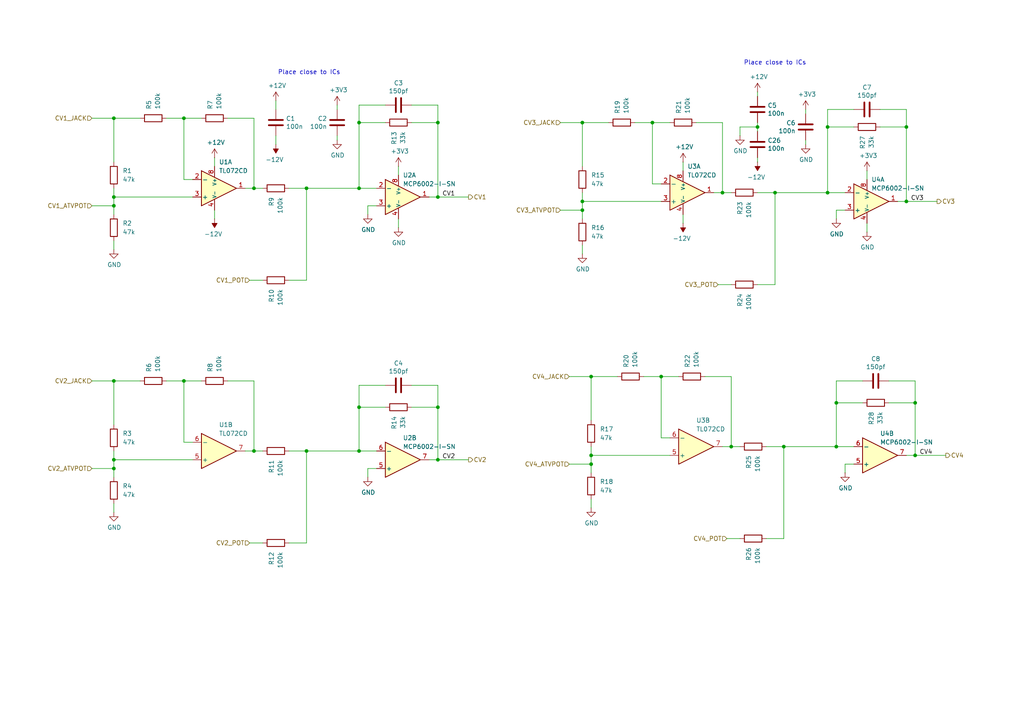
<source format=kicad_sch>
(kicad_sch (version 20231120) (generator "eeschema") (generator_version "8.0")
  (paper "A4")
  (title_block (title "Inputs") (date "2024-09-14") (rev "v0.1") (company "Sluisbrinkie"))
  (lib_symbols
    (symbol "Device:C" (pin_numbers hide) (pin_names (offset 0.254))
      (property "Reference" "C" (at 0.635 2.54 0))
      (property "Value" "C" (at 0.635 -2.54 0))
      (symbol "C_0_1"
        (polyline (pts (xy -2.032 -0.762) (xy 2.032 -0.762)) (stroke (width 0.508)))
        (polyline (pts (xy -2.032 0.762) (xy 2.032 0.762)) (stroke (width 0.508)))
      )
      (symbol "C_1_1"
        (pin passive line (at 0 3.81 270) (length 2.794) (name "~") (number "1"))
        (pin passive line (at 0 -3.81 90) (length 2.794) (name "~") (number "2"))
      )
    )
    (symbol "Device:R" (pin_numbers hide) (pin_names (offset 0))
      (property "Reference" "R" (at 2.032 0 90))
      (property "Value" "R" (at 0 0 90))
      (symbol "R_0_1"
        (rectangle (start -1.016 -2.54) (end 1.016 2.54) (stroke (width 0.254)))
      )
      (symbol "R_1_1"
        (pin passive line (at 0 3.81 270) (length 1.27) (name "~") (number "1"))
        (pin passive line (at 0 -3.81 90) (length 1.27) (name "~") (number "2"))
      )
    )
    (symbol "PCM_Amplifier_Operational_AKL:MCP6002-I-SN" (pin_names (offset 0.2))
      (property "Reference" "U" (at 1.27 6.35 0))
      (property "Value" "MCP6002-I-SN" (at 1.27 3.81 0))
      (symbol "MCP6002-I-SN_0_1"
        (polyline (pts (xy -3.81 5.08) (xy -3.81 -5.08) (xy 6.35 0) (xy -3.81 5.08)) (stroke (width 0.254)) (fill (type background)))
      )
      (symbol "MCP6002-I-SN_1_1"
        (pin output line (at 8.89 0 180) (length 2.54) (name "~") (number "1"))
        (pin input line (at -6.35 2.54 0) (length 2.54) (name "-") (number "2"))
        (pin input line (at -6.35 -2.54 0) (length 2.54) (name "+") (number "3"))
        (pin power_in line (at 0 -6.35 90) (length 3.18) (name "V-") (number "4"))
        (pin power_in line (at 0 6.35 270) (length 3.18) (name "V+") (number "8"))
      )
      (symbol "MCP6002-I-SN_2_1"
        (pin input line (at -6.35 -2.54 0) (length 2.54) (name "+") (number "5"))
        (pin input line (at -6.35 2.54 0) (length 2.54) (name "-") (number "6"))
        (pin output line (at 8.89 0 180) (length 2.54) (name "~") (number "7"))
      )
    )
    (symbol "PCM_Amplifier_Operational_AKL:TL072CD" (pin_names (offset 0.2))
      (property "Reference" "U" (at 1.27 7.62 0))
      (property "Value" "TL072CD" (at 1.27 5.08 0))
      (symbol "TL072CD_0_1"
        (polyline (pts (xy -3.81 5.08) (xy -3.81 -5.08) (xy 6.35 0) (xy -3.81 5.08)) (stroke (width 0.254)) (fill (type background)))
      )
      (symbol "TL072CD_1_1"
        (pin output line (at 8.89 0 180) (length 2.54) (name "~") (number "1"))
        (pin input line (at -6.35 2.54 0) (length 2.54) (name "-") (number "2"))
        (pin input line (at -6.35 -2.54 0) (length 2.54) (name "+") (number "3"))
        (pin power_in line (at 0 -6.35 90) (length 3.18) (name "V-") (number "4"))
        (pin power_in line (at 0 6.35 270) (length 3.18) (name "V+") (number "8"))
      )
      (symbol "TL072CD_2_1"
        (pin input line (at -6.35 -2.54 0) (length 2.54) (name "+") (number "5"))
        (pin input line (at -6.35 2.54 0) (length 2.54) (name "-") (number "6"))
        (pin output line (at 8.89 0 180) (length 2.54) (name "~") (number "7"))
      )
    )
    (symbol "power:+12V" (power) (pin_numbers hide) (pin_names (offset 0) hide)
      (property "Value" "+12V" (at 0 3.556 0))
      (symbol "+12V_0_1"
        (polyline (pts (xy -0.762 1.27) (xy 0 2.54)))
        (polyline (pts (xy 0 0) (xy 0 2.54)))
        (polyline (pts (xy 0 2.54) (xy 0.762 1.27)))
      )
      (symbol "+12V_1_1"
        (pin power_in line (at 0 0 90) (length 0) (name "~") (number "1"))
      )
    )
    (symbol "power:+3V3" (power) (pin_numbers hide) (pin_names (offset 0) hide)
      (property "Value" "+3V3" (at 0 3.556 0))
      (symbol "+3V3_0_1"
        (polyline (pts (xy -0.762 1.27) (xy 0 2.54)))
        (polyline (pts (xy 0 0) (xy 0 2.54)))
        (polyline (pts (xy 0 2.54) (xy 0.762 1.27)))
      )
      (symbol "+3V3_1_1"
        (pin power_in line (at 0 0 90) (length 0) (name "~") (number "1"))
      )
    )
    (symbol "power:-12V" (power) (pin_numbers hide) (pin_names (offset 0) hide)
      (property "Value" "-12V" (at 0 3.556 0))
      (symbol "-12V_0_0"
        (pin power_in line (at 0 0 90) (length 0) (name "~") (number "1"))
      )
      (symbol "-12V_0_1"
        (polyline (pts (xy 0 0) (xy 0 1.27) (xy 0.762 1.27) (xy 0 2.54) (xy -0.762 1.27) (xy 0 1.27)) (fill (type outline)))
      )
    )
    (symbol "power:GND" (power) (pin_numbers hide) (pin_names (offset 0) hide)
      (property "Value" "GND" (at 0 -3.81 0))
      (symbol "GND_0_1"
        (polyline (pts (xy 0 0) (xy 0 -1.27) (xy 1.27 -1.27) (xy 0 -2.54) (xy -1.27 -1.27) (xy 0 -1.27)))
      )
      (symbol "GND_1_1"
        (pin power_in line (at 0 0 270) (length 0) (name "~") (number "1"))
      )
    )
  )
  (junction (at 265.43 132.08))
  (junction (at 127 35.56))
  (junction (at 88.9 54.61))
  (junction (at 33.02 110.49))
  (junction (at 168.91 60.96))
  (junction (at 191.77 109.22))
  (junction (at 73.66 54.61))
  (junction (at 127 57.15))
  (junction (at 242.57 116.84))
  (junction (at 53.34 110.49))
  (junction (at 171.45 134.62))
  (junction (at 168.91 35.56))
  (junction (at 189.23 35.56))
  (junction (at 33.02 59.69))
  (junction (at 240.03 36.83))
  (junction (at 33.02 34.29))
  (junction (at 104.14 35.56))
  (junction (at 171.45 132.08))
  (junction (at 127 118.11))
  (junction (at 127 133.35))
  (junction (at 209.55 55.88))
  (junction (at 242.57 129.54))
  (junction (at 224.79 55.88))
  (junction (at 219.71 36.83))
  (junction (at 262.89 58.42))
  (junction (at 262.89 36.83))
  (junction (at 212.09 129.54))
  (junction (at 171.45 109.22))
  (junction (at 88.9 130.81))
  (junction (at 265.43 116.84))
  (junction (at 33.02 57.15))
  (junction (at 104.14 118.11))
  (junction (at 33.02 133.35))
  (junction (at 73.66 130.81))
  (junction (at 53.34 34.29))
  (junction (at 240.03 55.88))
  (junction (at 104.14 54.61))
  (junction (at 227.33 129.54))
  (junction (at 33.02 135.89))
  (junction (at 104.14 130.81))
  (junction (at 168.91 58.42))
  (wire (pts (xy 251.46 64.77) (xy 251.46 67.31)))
  (wire (pts (xy 104.14 35.56) (xy 104.14 54.61)))
  (wire (pts (xy 119.38 111.76) (xy 127 111.76)))
  (wire (pts (xy 104.14 54.61) (xy 109.22 54.61)))
  (wire (pts (xy 260.35 58.42) (xy 262.89 58.42)))
  (wire (pts (xy 209.55 129.54) (xy 212.09 129.54)))
  (wire (pts (xy 250.19 110.49) (xy 242.57 110.49)))
  (wire (pts (xy 53.34 34.29) (xy 58.42 34.29)))
  (wire (pts (xy 53.34 52.07) (xy 53.34 34.29)))
  (wire (pts (xy 104.14 30.48) (xy 104.14 35.56)))
  (wire (pts (xy 66.04 34.29) (xy 73.66 34.29)))
  (wire (pts (xy 251.46 49.53) (xy 251.46 52.07)))
  (wire (pts (xy 257.81 110.49) (xy 265.43 110.49)))
  (wire (pts (xy 245.11 134.62) (xy 247.65 134.62)))
  (wire (pts (xy 71.12 130.81) (xy 73.66 130.81)))
  (wire (pts (xy 242.57 60.96) (xy 245.11 60.96)))
  (wire (pts (xy 233.68 33.02) (xy 233.68 31.75)))
  (wire (pts (xy 233.68 40.64) (xy 233.68 41.91)))
  (wire (pts (xy 171.45 132.08) (xy 194.31 132.08)))
  (wire (pts (xy 165.1 134.62) (xy 171.45 134.62)))
  (wire (pts (xy 265.43 116.84) (xy 265.43 132.08)))
  (wire (pts (xy 204.47 109.22) (xy 212.09 109.22)))
  (wire (pts (xy 83.82 81.28) (xy 88.9 81.28)))
  (wire (pts (xy 201.93 35.56) (xy 209.55 35.56)))
  (wire (pts (xy 115.57 48.26) (xy 115.57 50.8)))
  (wire (pts (xy 171.45 144.78) (xy 171.45 147.32)))
  (wire (pts (xy 88.9 130.81) (xy 104.14 130.81)))
  (wire (pts (xy 127 57.15) (xy 135.89 57.15)))
  (wire (pts (xy 55.88 128.27) (xy 53.34 128.27)))
  (wire (pts (xy 219.71 36.83) (xy 219.71 38.1)))
  (wire (pts (xy 33.02 46.99) (xy 33.02 34.29)))
  (wire (pts (xy 242.57 110.49) (xy 242.57 116.84)))
  (wire (pts (xy 262.89 36.83) (xy 262.89 58.42)))
  (wire (pts (xy 186.69 109.22) (xy 191.77 109.22)))
  (wire (pts (xy 33.02 34.29) (xy 40.64 34.29)))
  (wire (pts (xy 127 35.56) (xy 127 30.48)))
  (wire (pts (xy 198.12 46.99) (xy 198.12 49.53)))
  (wire (pts (xy 106.68 138.43) (xy 106.68 135.89)))
  (wire (pts (xy 80.01 39.37) (xy 80.01 41.91)))
  (wire (pts (xy 219.71 26.67) (xy 219.71 27.94)))
  (wire (pts (xy 62.23 60.96) (xy 62.23 63.5)))
  (wire (pts (xy 224.79 55.88) (xy 240.03 55.88)))
  (wire (pts (xy 71.12 54.61) (xy 73.66 54.61)))
  (wire (pts (xy 227.33 129.54) (xy 242.57 129.54)))
  (wire (pts (xy 165.1 109.22) (xy 171.45 109.22)))
  (wire (pts (xy 88.9 81.28) (xy 88.9 54.61)))
  (wire (pts (xy 168.91 48.26) (xy 168.91 35.56)))
  (wire (pts (xy 106.68 62.23) (xy 106.68 59.69)))
  (wire (pts (xy 80.01 29.21) (xy 80.01 31.75)))
  (wire (pts (xy 33.02 54.61) (xy 33.02 57.15)))
  (wire (pts (xy 171.45 109.22) (xy 179.07 109.22)))
  (wire (pts (xy 224.79 82.55) (xy 224.79 55.88)))
  (wire (pts (xy 33.02 59.69) (xy 33.02 62.23)))
  (wire (pts (xy 191.77 127) (xy 191.77 109.22)))
  (wire (pts (xy 214.63 36.83) (xy 219.71 36.83)))
  (wire (pts (xy 219.71 82.55) (xy 224.79 82.55)))
  (wire (pts (xy 26.67 59.69) (xy 33.02 59.69)))
  (wire (pts (xy 242.57 63.5) (xy 242.57 60.96)))
  (wire (pts (xy 33.02 69.85) (xy 33.02 72.39)))
  (wire (pts (xy 124.46 133.35) (xy 127 133.35)))
  (wire (pts (xy 62.23 45.72) (xy 62.23 48.26)))
  (wire (pts (xy 207.01 55.88) (xy 209.55 55.88)))
  (wire (pts (xy 55.88 52.07) (xy 53.34 52.07)))
  (wire (pts (xy 88.9 54.61) (xy 104.14 54.61)))
  (wire (pts (xy 111.76 30.48) (xy 104.14 30.48)))
  (wire (pts (xy 26.67 110.49) (xy 33.02 110.49)))
  (wire (pts (xy 97.79 31.75) (xy 97.79 30.48)))
  (wire (pts (xy 104.14 118.11) (xy 104.14 130.81)))
  (wire (pts (xy 247.65 31.75) (xy 240.03 31.75)))
  (wire (pts (xy 106.68 59.69) (xy 109.22 59.69)))
  (wire (pts (xy 115.57 63.5) (xy 115.57 66.04)))
  (wire (pts (xy 168.91 71.12) (xy 168.91 73.66)))
  (wire (pts (xy 255.27 31.75) (xy 262.89 31.75)))
  (wire (pts (xy 72.39 81.28) (xy 76.2 81.28)))
  (wire (pts (xy 168.91 55.88) (xy 168.91 58.42)))
  (wire (pts (xy 240.03 36.83) (xy 240.03 55.88)))
  (wire (pts (xy 194.31 127) (xy 191.77 127)))
  (wire (pts (xy 209.55 55.88) (xy 209.55 35.56)))
  (wire (pts (xy 210.82 156.21) (xy 214.63 156.21)))
  (wire (pts (xy 222.25 129.54) (xy 227.33 129.54)))
  (wire (pts (xy 191.77 53.34) (xy 189.23 53.34)))
  (wire (pts (xy 33.02 130.81) (xy 33.02 133.35)))
  (wire (pts (xy 26.67 34.29) (xy 33.02 34.29)))
  (wire (pts (xy 73.66 130.81) (xy 76.2 130.81)))
  (wire (pts (xy 104.14 111.76) (xy 104.14 118.11)))
  (wire (pts (xy 171.45 134.62) (xy 171.45 137.16)))
  (wire (pts (xy 48.26 110.49) (xy 53.34 110.49)))
  (wire (pts (xy 127 35.56) (xy 127 57.15)))
  (wire (pts (xy 33.02 133.35) (xy 55.88 133.35)))
  (wire (pts (xy 53.34 110.49) (xy 58.42 110.49)))
  (wire (pts (xy 104.14 130.81) (xy 109.22 130.81)))
  (wire (pts (xy 240.03 55.88) (xy 245.11 55.88)))
  (wire (pts (xy 262.89 36.83) (xy 255.27 36.83)))
  (wire (pts (xy 33.02 57.15) (xy 33.02 59.69)))
  (wire (pts (xy 168.91 58.42) (xy 191.77 58.42)))
  (wire (pts (xy 171.45 129.54) (xy 171.45 132.08)))
  (wire (pts (xy 191.77 109.22) (xy 196.85 109.22)))
  (wire (pts (xy 171.45 121.92) (xy 171.45 109.22)))
  (wire (pts (xy 184.15 35.56) (xy 189.23 35.56)))
  (wire (pts (xy 83.82 157.48) (xy 88.9 157.48)))
  (wire (pts (xy 66.04 110.49) (xy 73.66 110.49)))
  (wire (pts (xy 127 35.56) (xy 119.38 35.56)))
  (wire (pts (xy 198.12 62.23) (xy 198.12 64.77)))
  (wire (pts (xy 33.02 110.49) (xy 40.64 110.49)))
  (wire (pts (xy 83.82 54.61) (xy 88.9 54.61)))
  (wire (pts (xy 245.11 137.16) (xy 245.11 134.62)))
  (wire (pts (xy 208.28 82.55) (xy 212.09 82.55)))
  (wire (pts (xy 242.57 116.84) (xy 242.57 129.54)))
  (wire (pts (xy 73.66 130.81) (xy 73.66 110.49)))
  (wire (pts (xy 53.34 128.27) (xy 53.34 110.49)))
  (wire (pts (xy 162.56 35.56) (xy 168.91 35.56)))
  (wire (pts (xy 219.71 55.88) (xy 224.79 55.88)))
  (wire (pts (xy 262.89 36.83) (xy 262.89 31.75)))
  (wire (pts (xy 262.89 132.08) (xy 265.43 132.08)))
  (wire (pts (xy 227.33 156.21) (xy 227.33 129.54)))
  (wire (pts (xy 48.26 34.29) (xy 53.34 34.29)))
  (wire (pts (xy 83.82 130.81) (xy 88.9 130.81)))
  (wire (pts (xy 168.91 60.96) (xy 168.91 63.5)))
  (wire (pts (xy 88.9 157.48) (xy 88.9 130.81)))
  (wire (pts (xy 127 133.35) (xy 135.89 133.35)))
  (wire (pts (xy 73.66 54.61) (xy 76.2 54.61)))
  (wire (pts (xy 171.45 132.08) (xy 171.45 134.62)))
  (wire (pts (xy 127 118.11) (xy 127 111.76)))
  (wire (pts (xy 168.91 58.42) (xy 168.91 60.96)))
  (wire (pts (xy 73.66 54.61) (xy 73.66 34.29)))
  (wire (pts (xy 265.43 132.08) (xy 274.32 132.08)))
  (wire (pts (xy 111.76 118.11) (xy 104.14 118.11)))
  (wire (pts (xy 127 118.11) (xy 119.38 118.11)))
  (wire (pts (xy 33.02 133.35) (xy 33.02 135.89)))
  (wire (pts (xy 124.46 57.15) (xy 127 57.15)))
  (wire (pts (xy 262.89 58.42) (xy 271.78 58.42)))
  (wire (pts (xy 212.09 129.54) (xy 212.09 109.22)))
  (wire (pts (xy 265.43 116.84) (xy 265.43 110.49)))
  (wire (pts (xy 247.65 36.83) (xy 240.03 36.83)))
  (wire (pts (xy 33.02 57.15) (xy 55.88 57.15)))
  (wire (pts (xy 212.09 129.54) (xy 214.63 129.54)))
  (wire (pts (xy 240.03 31.75) (xy 240.03 36.83)))
  (wire (pts (xy 106.68 135.89) (xy 109.22 135.89)))
  (wire (pts (xy 33.02 146.05) (xy 33.02 148.59)))
  (wire (pts (xy 33.02 135.89) (xy 33.02 138.43)))
  (wire (pts (xy 162.56 60.96) (xy 168.91 60.96)))
  (wire (pts (xy 219.71 45.72) (xy 219.71 46.99)))
  (wire (pts (xy 33.02 123.19) (xy 33.02 110.49)))
  (wire (pts (xy 219.71 35.56) (xy 219.71 36.83)))
  (wire (pts (xy 72.39 157.48) (xy 76.2 157.48)))
  (wire (pts (xy 26.67 135.89) (xy 33.02 135.89)))
  (wire (pts (xy 168.91 35.56) (xy 176.53 35.56)))
  (wire (pts (xy 265.43 116.84) (xy 257.81 116.84)))
  (wire (pts (xy 209.55 55.88) (xy 212.09 55.88)))
  (wire (pts (xy 189.23 35.56) (xy 194.31 35.56)))
  (wire (pts (xy 111.76 111.76) (xy 104.14 111.76)))
  (wire (pts (xy 97.79 39.37) (xy 97.79 40.64)))
  (wire (pts (xy 214.63 39.37) (xy 214.63 36.83)))
  (wire (pts (xy 127 118.11) (xy 127 133.35)))
  (wire (pts (xy 250.19 116.84) (xy 242.57 116.84)))
  (wire (pts (xy 242.57 129.54) (xy 247.65 129.54)))
  (wire (pts (xy 119.38 30.48) (xy 127 30.48)))
  (wire (pts (xy 189.23 53.34) (xy 189.23 35.56)))
  (wire (pts (xy 111.76 35.56) (xy 104.14 35.56)))
  (wire (pts (xy 222.25 156.21) (xy 227.33 156.21)))
  (text "Place close to ICs\n" (at 89.662 21.082 0) (effects (font (size 1.27 1.27))))
  (text "Place close to ICs\n" (at 224.79 18.288 0) (effects (font (size 1.27 1.27))))
  (label "CV3" (at 264.16 58.42 0))
  (label "CV4" (at 266.7 132.08 0))
  (label "CV1" (at 128.27 57.15 0))
  (label "CV2" (at 128.27 133.35 0))
  (hierarchical_label "CV1_POT" (shape input) (at 72.39 81.28 180))
  (hierarchical_label "CV2_JACK" (shape input) (at 26.67 110.49 180))
  (hierarchical_label "CV3_ATVPOT" (shape input) (at 162.56 60.96 180))
  (hierarchical_label "CV4" (shape output) (at 274.32 132.08 0))
  (hierarchical_label "CV1_ATVPOT" (shape input) (at 26.67 59.69 180))
  (hierarchical_label "CV4_ATVPOT" (shape input) (at 165.1 134.62 180))
  (hierarchical_label "CV2_POT" (shape input) (at 72.39 157.48 180))
  (hierarchical_label "CV3" (shape output) (at 271.78 58.42 0))
  (hierarchical_label "CV3_POT" (shape input) (at 208.28 82.55 180))
  (hierarchical_label "CV3_JACK" (shape input) (at 162.56 35.56 180))
  (hierarchical_label "CV1" (shape output) (at 135.89 57.15 0))
  (hierarchical_label "CV2_ATVPOT" (shape input) (at 26.67 135.89 180))
  (hierarchical_label "CV1_JACK" (shape input) (at 26.67 34.29 180))
  (hierarchical_label "CV4_JACK" (shape input) (at 165.1 109.22 180))
  (hierarchical_label "CV2" (shape output) (at 135.89 133.35 0))
  (hierarchical_label "CV4_POT" (shape input) (at 210.82 156.21 180))
  (symbol (lib_id "power:+3V3") (at 251.46 49.53 0) (unit 1)
    (property "Reference" "#PWR047" (effects (hide yes)))
    (property "Value" "+3V3" (at 251.841 45.1358 0))
  )
  (symbol (lib_id "power:GND") (at 33.02 148.59 0) (unit 1)
    (property "Reference" "#PWR026" (effects (hide yes)))
    (property "Value" "GND" (at 33.147 152.9842 0))
  )
  (symbol (lib_id "power:+12V") (at 62.23 45.72 0) (unit 1)
    (property "Reference" "#PWR027" (effects (hide yes)))
    (property "Value" "+12V" (at 62.611 41.3258 0))
  )
  (symbol (lib_id "power:+3V3") (at 233.68 31.75 0) (unit 1)
    (property "Reference" "#PWR043" (effects (hide yes)))
    (property "Value" "+3V3" (at 234.061 27.3558 0))
  )
  (symbol (lib_id "PCM_Amplifier_Operational_AKL:TL072CD") (at 200.66 129.54 0) (unit 2)
    (property "Reference" "U3" (at 201.93 121.92 0) (effects (justify left)))
    (property "Value" "TL072CD" (at 201.93 124.46 0) (effects (justify left)))
    (property "Footprint" "PCM_Package_SO_AKL:SO-8_3.9x4.9mm_P1.27mm" (effects (hide yes)))
    (property "Datasheet" "https://www.ti.com/lit/ds/symlink/tl072h.pdf?ts=1635057479364" (effects (hide yes)))
    (property "Description" "SO-8 Dual JFET Low Noise Operational Amplifier, 10mV Offset, 8nV/√Hz Noise, 1MHz GBW, Alternate KiCAD Library" (effects (hide yes)))
  )
  (symbol (lib_id "PCM_Amplifier_Operational_AKL:TL072CD") (at 62.23 130.81 0) (unit 2)
    (property "Reference" "U1" (at 63.5 123.19 0) (effects (justify left)))
    (property "Value" "TL072CD" (at 63.5 125.73 0) (effects (justify left)))
    (property "Footprint" "PCM_Package_SO_AKL:SO-8_3.9x4.9mm_P1.27mm" (effects (hide yes)))
    (property "Datasheet" "https://www.ti.com/lit/ds/symlink/tl072h.pdf?ts=1635057479364" (effects (hide yes)))
    (property "Description" "SO-8 Dual JFET Low Noise Operational Amplifier, 10mV Offset, 8nV/√Hz Noise, 1MHz GBW, Alternate KiCAD Library" (effects (hide yes)))
  )
  (symbol (lib_id "Device:R") (at 198.12 35.56 90) (unit 1)
    (property "Reference" "R21" (at 196.8499 33.02 0) (effects (justify left)))
    (property "Value" "100k" (at 199.3899 33.02 0) (effects (justify left)))
    (property "Footprint" "Resistor_SMD:R_0603_1608Metric_Pad0.98x0.95mm_HandSolder" (effects (hide yes)))
    (property "Description" "Resistor" (effects (hide yes)))
  )
  (symbol (lib_id "power:+12V") (at 198.12 46.99 0) (unit 1)
    (property "Reference" "#PWR039" (effects (hide yes)))
    (property "Value" "+12V" (at 198.501 42.5958 0))
  )
  (symbol (lib_id "power:GND") (at 171.45 147.32 0) (unit 1)
    (property "Reference" "#PWR038" (effects (hide yes)))
    (property "Value" "GND" (at 171.577 151.7142 0))
  )
  (symbol (lib_id "Device:R") (at 182.88 109.22 90) (unit 1)
    (property "Reference" "R20" (at 181.6099 106.68 0) (effects (justify left)))
    (property "Value" "100k" (at 184.1499 106.68 0) (effects (justify left)))
    (property "Footprint" "Resistor_SMD:R_0603_1608Metric_Pad0.98x0.95mm_HandSolder" (effects (hide yes)))
    (property "Description" "Resistor" (effects (hide yes)))
  )
  (symbol (lib_id "PCM_Amplifier_Operational_AKL:TL072CD") (at 198.12 55.88 0) (unit 1)
    (property "Reference" "U3" (at 199.39 48.26 0) (effects (justify left)))
    (property "Value" "TL072CD" (at 199.39 50.8 0) (effects (justify left)))
    (property "Footprint" "PCM_Package_SO_AKL:SO-8_3.9x4.9mm_P1.27mm" (effects (hide yes)))
    (property "Datasheet" "https://www.ti.com/lit/ds/symlink/tl072h.pdf?ts=1635057479364" (effects (hide yes)))
    (property "Description" "SO-8 Dual JFET Low Noise Operational Amplifier, 10mV Offset, 8nV/√Hz Noise, 1MHz GBW, Alternate KiCAD Library" (effects (hide yes)))
  )
  (symbol (lib_id "Device:R") (at 33.02 66.04 0) (unit 1)
    (property "Reference" "R2" (at 35.56 64.7699 0) (effects (justify left)))
    (property "Value" "47k" (at 35.56 67.3099 0) (effects (justify left)))
    (property "Footprint" "Resistor_SMD:R_0603_1608Metric_Pad0.98x0.95mm_HandSolder" (effects (hide yes)))
    (property "Description" "Resistor" (effects (hide yes)))
  )
  (symbol (lib_id "Device:R") (at 62.23 34.29 90) (unit 1)
    (property "Reference" "R7" (at 60.9599 31.75 0) (effects (justify left)))
    (property "Value" "100k" (at 63.4999 31.75 0) (effects (justify left)))
    (property "Footprint" "Resistor_SMD:R_0603_1608Metric_Pad0.98x0.95mm_HandSolder" (effects (hide yes)))
    (property "Description" "Resistor" (effects (hide yes)))
  )
  (symbol (lib_id "power:GND") (at 251.46 67.31 0) (unit 1)
    (property "Reference" "#PWR048" (effects (hide yes)))
    (property "Value" "GND" (at 251.587 71.7042 0))
  )
  (symbol (lib_id "power:+3V3") (at 97.79 30.48 0) (unit 1)
    (property "Reference" "#PWR031" (effects (hide yes)))
    (property "Value" "+3V3" (at 98.171 26.0858 0))
  )
  (symbol (lib_id "power:GND") (at 106.68 138.43 0) (unit 1)
    (property "Reference" "#PWR034" (effects (hide yes)))
    (property "Value" "GND" (at 106.807 142.8242 0))
  )
  (symbol (lib_id "power:-12V") (at 62.23 63.5 180) (unit 1)
    (property "Reference" "#PWR028" (effects (hide yes)))
    (property "Value" "-12V" (at 61.849 67.8942 0))
  )
  (symbol (lib_id "Device:C") (at 254 110.49 90) (unit 1)
    (property "Reference" "C8" (at 254 104.0892 90))
    (property "Value" "150pf" (at 254 106.4006 90))
    (property "Footprint" "Capacitor_SMD:C_0603_1608Metric_Pad1.08x0.95mm_HandSolder" (effects (hide yes)))
  )
  (symbol (lib_id "Device:R") (at 115.57 35.56 90) (mirror x) (unit 1)
    (property "Reference" "R13" (at 114.2999 38.1 0) (effects (justify left)))
    (property "Value" "33k" (at 116.8399 38.1 0) (effects (justify left)))
    (property "Footprint" "Resistor_SMD:R_0603_1608Metric_Pad0.98x0.95mm_HandSolder" (effects (hide yes)))
    (property "Description" "Resistor" (effects (hide yes)))
  )
  (symbol (lib_id "Device:R") (at 62.23 110.49 90) (unit 1)
    (property "Reference" "R8" (at 60.9599 107.95 0) (effects (justify left)))
    (property "Value" "100k" (at 63.4999 107.95 0) (effects (justify left)))
    (property "Footprint" "Resistor_SMD:R_0603_1608Metric_Pad0.98x0.95mm_HandSolder" (effects (hide yes)))
    (property "Description" "Resistor" (effects (hide yes)))
  )
  (symbol (lib_id "power:GND") (at 97.79 40.64 0) (unit 1)
    (property "Reference" "#PWR032" (effects (hide yes)))
    (property "Value" "GND" (at 97.917 45.0342 0))
  )
  (symbol (lib_id "PCM_Amplifier_Operational_AKL:MCP6002-I-SN") (at 115.57 57.15 0) (unit 1)
    (property "Reference" "U2" (at 116.84 50.8 0) (effects (justify left)))
    (property "Value" "MCP6002-I-SN" (at 116.84 53.34 0) (effects (justify left)))
    (property "Footprint" "PCM_Package_SO_AKL:SO-8_3.9x4.9mm_P1.27mm" (effects (hide yes)))
    (property "Datasheet" "https://www.tme.eu/Document/c98656c49a036767b89c9bb93e3dda4a/mcp6001_2_4.pdf" (effects (hide yes)))
    (property "Description" "SO-8 Dual CMOS RRIO Operational Amplifier, 4.5mV Offset, 2μV/°C Drift, 1MHz GBW, Alternate KiCAD Library" (effects (hide yes)))
  )
  (symbol (lib_id "power:+12V") (at 219.71 26.67 0) (unit 1)
    (property "Reference" "#PWR041" (effects (hide yes)))
    (property "Value" "+12V" (at 220.091 22.2758 0))
  )
  (symbol (lib_id "Device:R") (at 200.66 109.22 90) (unit 1)
    (property "Reference" "R22" (at 199.3899 106.68 0) (effects (justify left)))
    (property "Value" "100k" (at 201.9299 106.68 0) (effects (justify left)))
    (property "Footprint" "Resistor_SMD:R_0603_1608Metric_Pad0.98x0.95mm_HandSolder" (effects (hide yes)))
    (property "Description" "Resistor" (effects (hide yes)))
  )
  (symbol (lib_id "Device:R") (at 80.01 130.81 90) (mirror x) (unit 1)
    (property "Reference" "R11" (at 78.7399 133.35 0) (effects (justify left)))
    (property "Value" "100k" (at 81.2799 133.35 0) (effects (justify left)))
    (property "Footprint" "Resistor_SMD:R_0603_1608Metric_Pad0.98x0.95mm_HandSolder" (effects (hide yes)))
    (property "Description" "Resistor" (effects (hide yes)))
  )
  (symbol (lib_id "Device:R") (at 80.01 157.48 90) (mirror x) (unit 1)
    (property "Reference" "R12" (at 78.7399 160.02 0) (effects (justify left)))
    (property "Value" "100k" (at 81.2799 160.02 0) (effects (justify left)))
    (property "Footprint" "Resistor_SMD:R_0603_1608Metric_Pad0.98x0.95mm_HandSolder" (effects (hide yes)))
    (property "Description" "Resistor" (effects (hide yes)))
  )
  (symbol (lib_id "Device:R") (at 33.02 127 0) (unit 1)
    (property "Reference" "R3" (at 35.56 125.7299 0) (effects (justify left)))
    (property "Value" "47k" (at 35.56 128.2699 0) (effects (justify left)))
    (property "Footprint" "Resistor_SMD:R_0603_1608Metric_Pad0.98x0.95mm_HandSolder" (effects (hide yes)))
    (property "Description" "Resistor" (effects (hide yes)))
  )
  (symbol (lib_id "power:GND") (at 214.63 39.37 0) (unit 1)
    (property "Reference" "#PWR021" (effects (hide yes)))
    (property "Value" "GND" (at 214.757 43.7642 0))
  )
  (symbol (lib_id "Device:C") (at 80.01 35.56 0) (unit 1)
    (property "Reference" "C1" (at 82.931 34.3916 0) (effects (justify left)))
    (property "Value" "100n" (at 82.931 36.703 0) (effects (justify left)))
    (property "Footprint" "Capacitor_SMD:C_0603_1608Metric_Pad1.08x0.95mm_HandSolder" (effects (hide yes)))
  )
  (symbol (lib_id "Device:R") (at 254 116.84 90) (mirror x) (unit 1)
    (property "Reference" "R28" (at 252.7299 119.38 0) (effects (justify left)))
    (property "Value" "33k" (at 255.2699 119.38 0) (effects (justify left)))
    (property "Footprint" "Resistor_SMD:R_0603_1608Metric_Pad0.98x0.95mm_HandSolder" (effects (hide yes)))
    (property "Description" "Resistor" (effects (hide yes)))
  )
  (symbol (lib_id "Device:R") (at 115.57 118.11 90) (mirror x) (unit 1)
    (property "Reference" "R14" (at 114.2999 120.65 0) (effects (justify left)))
    (property "Value" "33k" (at 116.8399 120.65 0) (effects (justify left)))
    (property "Footprint" "Resistor_SMD:R_0603_1608Metric_Pad0.98x0.95mm_HandSolder" (effects (hide yes)))
    (property "Description" "Resistor" (effects (hide yes)))
  )
  (symbol (lib_id "power:GND") (at 33.02 72.39 0) (unit 1)
    (property "Reference" "#PWR025" (effects (hide yes)))
    (property "Value" "GND" (at 33.147 76.7842 0))
  )
  (symbol (lib_id "power:-12V") (at 219.71 46.99 180) (unit 1)
    (property "Reference" "#PWR042" (effects (hide yes)))
    (property "Value" "-12V" (at 219.329 51.3842 0))
  )
  (symbol (lib_id "power:-12V") (at 80.01 41.91 180) (unit 1)
    (property "Reference" "#PWR030" (effects (hide yes)))
    (property "Value" "-12V" (at 79.629 46.3042 0))
  )
  (symbol (lib_id "power:GND") (at 115.57 66.04 0) (unit 1)
    (property "Reference" "#PWR036" (effects (hide yes)))
    (property "Value" "GND" (at 115.697 70.4342 0))
  )
  (symbol (lib_id "Device:C") (at 219.71 41.91 0) (unit 1)
    (property "Reference" "C26" (at 222.631 40.7416 0) (effects (justify left)))
    (property "Value" "100n" (at 222.631 43.053 0) (effects (justify left)))
    (property "Footprint" "Capacitor_SMD:C_0603_1608Metric_Pad1.08x0.95mm_HandSolder" (effects (hide yes)))
  )
  (symbol (lib_id "Device:R") (at 218.44 129.54 90) (mirror x) (unit 1)
    (property "Reference" "R25" (at 217.1699 132.08 0) (effects (justify left)))
    (property "Value" "100k" (at 219.7099 132.08 0) (effects (justify left)))
    (property "Footprint" "Resistor_SMD:R_0603_1608Metric_Pad0.98x0.95mm_HandSolder" (effects (hide yes)))
    (property "Description" "Resistor" (effects (hide yes)))
  )
  (symbol (lib_id "power:-12V") (at 198.12 64.77 180) (unit 1)
    (property "Reference" "#PWR040" (effects (hide yes)))
    (property "Value" "-12V" (at 197.739 69.1642 0))
  )
  (symbol (lib_id "Device:R") (at 80.01 54.61 90) (mirror x) (unit 1)
    (property "Reference" "R9" (at 78.7399 57.15 0) (effects (justify left)))
    (property "Value" "100k" (at 81.2799 57.15 0) (effects (justify left)))
    (property "Footprint" "Resistor_SMD:R_0603_1608Metric_Pad0.98x0.95mm_HandSolder" (effects (hide yes)))
    (property "Description" "Resistor" (effects (hide yes)))
  )
  (symbol (lib_id "power:GND") (at 168.91 73.66 0) (unit 1)
    (property "Reference" "#PWR037" (effects (hide yes)))
    (property "Value" "GND" (at 169.037 78.0542 0))
  )
  (symbol (lib_id "Device:R") (at 33.02 142.24 0) (unit 1)
    (property "Reference" "R4" (at 35.56 140.9699 0) (effects (justify left)))
    (property "Value" "47k" (at 35.56 143.5099 0) (effects (justify left)))
    (property "Footprint" "Resistor_SMD:R_0603_1608Metric_Pad0.98x0.95mm_HandSolder" (effects (hide yes)))
    (property "Description" "Resistor" (effects (hide yes)))
  )
  (symbol (lib_id "Device:R") (at 44.45 34.29 90) (unit 1)
    (property "Reference" "R5" (at 43.1799 31.75 0) (effects (justify left)))
    (property "Value" "100k" (at 45.7199 31.75 0) (effects (justify left)))
    (property "Footprint" "Resistor_SMD:R_0603_1608Metric_Pad0.98x0.95mm_HandSolder" (effects (hide yes)))
    (property "Description" "Resistor" (effects (hide yes)))
  )
  (symbol (lib_id "Device:R") (at 251.46 36.83 90) (mirror x) (unit 1)
    (property "Reference" "R27" (at 250.1899 39.37 0) (effects (justify left)))
    (property "Value" "33k" (at 252.7299 39.37 0) (effects (justify left)))
    (property "Footprint" "Resistor_SMD:R_0603_1608Metric_Pad0.98x0.95mm_HandSolder" (effects (hide yes)))
    (property "Description" "Resistor" (effects (hide yes)))
  )
  (symbol (lib_id "Device:R") (at 44.45 110.49 90) (unit 1)
    (property "Reference" "R6" (at 43.1799 107.95 0) (effects (justify left)))
    (property "Value" "100k" (at 45.7199 107.95 0) (effects (justify left)))
    (property "Footprint" "Resistor_SMD:R_0603_1608Metric_Pad0.98x0.95mm_HandSolder" (effects (hide yes)))
    (property "Description" "Resistor" (effects (hide yes)))
  )
  (symbol (lib_id "Device:C") (at 233.68 36.83 0) (mirror y) (unit 1)
    (property "Reference" "C6" (at 230.759 35.6616 0) (effects (justify left)))
    (property "Value" "100n" (at 230.759 37.973 0) (effects (justify left)))
    (property "Footprint" "Capacitor_SMD:C_0603_1608Metric_Pad1.08x0.95mm_HandSolder" (effects (hide yes)))
  )
  (symbol (lib_id "power:GND") (at 233.68 41.91 0) (unit 1)
    (property "Reference" "#PWR044" (effects (hide yes)))
    (property "Value" "GND" (at 233.807 46.3042 0))
  )
  (symbol (lib_id "PCM_Amplifier_Operational_AKL:TL072CD") (at 62.23 54.61 0) (unit 1)
    (property "Reference" "U1" (at 63.5 46.99 0) (effects (justify left)))
    (property "Value" "TL072CD" (at 63.5 49.53 0) (effects (justify left)))
    (property "Footprint" "PCM_Package_SO_AKL:SO-8_3.9x4.9mm_P1.27mm" (effects (hide yes)))
    (property "Datasheet" "https://www.ti.com/lit/ds/symlink/tl072h.pdf?ts=1635057479364" (effects (hide yes)))
    (property "Description" "SO-8 Dual JFET Low Noise Operational Amplifier, 10mV Offset, 8nV/√Hz Noise, 1MHz GBW, Alternate KiCAD Library" (effects (hide yes)))
  )
  (symbol (lib_id "Device:R") (at 168.91 52.07 0) (unit 1)
    (property "Reference" "R15" (at 171.45 50.7999 0) (effects (justify left)))
    (property "Value" "47k" (at 171.45 53.3399 0) (effects (justify left)))
    (property "Footprint" "Resistor_SMD:R_0603_1608Metric_Pad0.98x0.95mm_HandSolder" (effects (hide yes)))
    (property "Description" "Resistor" (effects (hide yes)))
  )
  (symbol (lib_id "Device:R") (at 171.45 140.97 0) (unit 1)
    (property "Reference" "R18" (at 173.99 139.6999 0) (effects (justify left)))
    (property "Value" "47k" (at 173.99 142.2399 0) (effects (justify left)))
    (property "Footprint" "Resistor_SMD:R_0603_1608Metric_Pad0.98x0.95mm_HandSolder" (effects (hide yes)))
    (property "Description" "Resistor" (effects (hide yes)))
  )
  (symbol (lib_id "Device:C") (at 115.57 30.48 90) (unit 1)
    (property "Reference" "C3" (at 115.57 24.0792 90))
    (property "Value" "150pf" (at 115.57 26.3906 90))
    (property "Footprint" "Capacitor_SMD:C_0603_1608Metric_Pad1.08x0.95mm_HandSolder" (effects (hide yes)))
  )
  (symbol (lib_id "Device:R") (at 215.9 82.55 90) (mirror x) (unit 1)
    (property "Reference" "R24" (at 214.6299 85.09 0) (effects (justify left)))
    (property "Value" "100k" (at 217.1699 85.09 0) (effects (justify left)))
    (property "Footprint" "Resistor_SMD:R_0603_1608Metric_Pad0.98x0.95mm_HandSolder" (effects (hide yes)))
    (property "Description" "Resistor" (effects (hide yes)))
  )
  (symbol (lib_id "Device:R") (at 180.34 35.56 90) (unit 1)
    (property "Reference" "R19" (at 179.0699 33.02 0) (effects (justify left)))
    (property "Value" "100k" (at 181.6099 33.02 0) (effects (justify left)))
    (property "Footprint" "Resistor_SMD:R_0603_1608Metric_Pad0.98x0.95mm_HandSolder" (effects (hide yes)))
    (property "Description" "Resistor" (effects (hide yes)))
  )
  (symbol (lib_id "Device:R") (at 33.02 50.8 0) (unit 1)
    (property "Reference" "R1" (at 35.56 49.5299 0) (effects (justify left)))
    (property "Value" "47k" (at 35.56 52.0699 0) (effects (justify left)))
    (property "Footprint" "Resistor_SMD:R_0603_1608Metric_Pad0.98x0.95mm_HandSolder" (effects (hide yes)))
    (property "Description" "Resistor" (effects (hide yes)))
  )
  (symbol (lib_id "power:+3V3") (at 115.57 48.26 0) (unit 1)
    (property "Reference" "#PWR035" (effects (hide yes)))
    (property "Value" "+3V3" (at 115.951 43.8658 0))
  )
  (symbol (lib_id "Device:R") (at 218.44 156.21 90) (mirror x) (unit 1)
    (property "Reference" "R26" (at 217.1699 158.75 0) (effects (justify left)))
    (property "Value" "100k" (at 219.7099 158.75 0) (effects (justify left)))
    (property "Footprint" "Resistor_SMD:R_0603_1608Metric_Pad0.98x0.95mm_HandSolder" (effects (hide yes)))
    (property "Description" "Resistor" (effects (hide yes)))
  )
  (symbol (lib_id "Device:C") (at 219.71 31.75 0) (unit 1)
    (property "Reference" "C5" (at 222.631 30.5816 0) (effects (justify left)))
    (property "Value" "100n" (at 222.631 32.893 0) (effects (justify left)))
    (property "Footprint" "Capacitor_SMD:C_0603_1608Metric_Pad1.08x0.95mm_HandSolder" (effects (hide yes)))
  )
  (symbol (lib_id "power:+12V") (at 80.01 29.21 0) (unit 1)
    (property "Reference" "#PWR029" (effects (hide yes)))
    (property "Value" "+12V" (at 80.391 24.8158 0))
  )
  (symbol (lib_id "Device:R") (at 171.45 125.73 0) (unit 1)
    (property "Reference" "R17" (at 173.99 124.4599 0) (effects (justify left)))
    (property "Value" "47k" (at 173.99 126.9999 0) (effects (justify left)))
    (property "Footprint" "Resistor_SMD:R_0603_1608Metric_Pad0.98x0.95mm_HandSolder" (effects (hide yes)))
    (property "Description" "Resistor" (effects (hide yes)))
  )
  (symbol (lib_id "PCM_Amplifier_Operational_AKL:MCP6002-I-SN") (at 251.46 58.42 0) (unit 1)
    (property "Reference" "U4" (at 252.73 52.07 0) (effects (justify left)))
    (property "Value" "MCP6002-I-SN" (at 252.73 54.61 0) (effects (justify left)))
    (property "Footprint" "PCM_Package_SO_AKL:SO-8_3.9x4.9mm_P1.27mm" (effects (hide yes)))
    (property "Datasheet" "https://www.tme.eu/Document/c98656c49a036767b89c9bb93e3dda4a/mcp6001_2_4.pdf" (effects (hide yes)))
    (property "Description" "SO-8 Dual CMOS RRIO Operational Amplifier, 4.5mV Offset, 2μV/°C Drift, 1MHz GBW, Alternate KiCAD Library" (effects (hide yes)))
  )
  (symbol (lib_id "Device:C") (at 97.79 35.56 0) (mirror y) (unit 1)
    (property "Reference" "C2" (at 94.869 34.3916 0) (effects (justify left)))
    (property "Value" "100n" (at 94.869 36.703 0) (effects (justify left)))
    (property "Footprint" "Capacitor_SMD:C_0603_1608Metric_Pad1.08x0.95mm_HandSolder" (effects (hide yes)))
  )
  (symbol (lib_id "PCM_Amplifier_Operational_AKL:MCP6002-I-SN") (at 115.57 133.35 0) (unit 2)
    (property "Reference" "U2" (at 116.84 127 0) (effects (justify left)))
    (property "Value" "MCP6002-I-SN" (at 116.84 129.54 0) (effects (justify left)))
    (property "Footprint" "PCM_Package_SO_AKL:SO-8_3.9x4.9mm_P1.27mm" (effects (hide yes)))
    (property "Datasheet" "https://www.tme.eu/Document/c98656c49a036767b89c9bb93e3dda4a/mcp6001_2_4.pdf" (effects (hide yes)))
    (property "Description" "SO-8 Dual CMOS RRIO Operational Amplifier, 4.5mV Offset, 2μV/°C Drift, 1MHz GBW, Alternate KiCAD Library" (effects (hide yes)))
  )
  (symbol (lib_id "Device:C") (at 251.46 31.75 90) (unit 1)
    (property "Reference" "C7" (at 251.46 25.3492 90))
    (property "Value" "150pf" (at 251.46 27.6606 90))
    (property "Footprint" "Capacitor_SMD:C_0603_1608Metric_Pad1.08x0.95mm_HandSolder" (effects (hide yes)))
  )
  (symbol (lib_id "power:GND") (at 106.68 62.23 0) (unit 1)
    (property "Reference" "#PWR033" (effects (hide yes)))
    (property "Value" "GND" (at 106.807 66.6242 0))
  )
  (symbol (lib_id "Device:R") (at 215.9 55.88 90) (mirror x) (unit 1)
    (property "Reference" "R23" (at 214.6299 58.42 0) (effects (justify left)))
    (property "Value" "100k" (at 217.1699 58.42 0) (effects (justify left)))
    (property "Footprint" "Resistor_SMD:R_0603_1608Metric_Pad0.98x0.95mm_HandSolder" (effects (hide yes)))
    (property "Description" "Resistor" (effects (hide yes)))
  )
  (symbol (lib_id "Device:R") (at 168.91 67.31 0) (unit 1)
    (property "Reference" "R16" (at 171.45 66.0399 0) (effects (justify left)))
    (property "Value" "47k" (at 171.45 68.5799 0) (effects (justify left)))
    (property "Footprint" "Resistor_SMD:R_0603_1608Metric_Pad0.98x0.95mm_HandSolder" (effects (hide yes)))
    (property "Description" "Resistor" (effects (hide yes)))
  )
  (symbol (lib_id "Device:C") (at 115.57 111.76 90) (unit 1)
    (property "Reference" "C4" (at 115.57 105.3592 90))
    (property "Value" "150pf" (at 115.57 107.6706 90))
    (property "Footprint" "Capacitor_SMD:C_0603_1608Metric_Pad1.08x0.95mm_HandSolder" (effects (hide yes)))
  )
  (symbol (lib_id "PCM_Amplifier_Operational_AKL:MCP6002-I-SN") (at 254 132.08 0) (unit 2)
    (property "Reference" "U4" (at 255.27 125.73 0) (effects (justify left)))
    (property "Value" "MCP6002-I-SN" (at 255.27 128.27 0) (effects (justify left)))
    (property "Footprint" "PCM_Package_SO_AKL:SO-8_3.9x4.9mm_P1.27mm" (effects (hide yes)))
    (property "Datasheet" "https://www.tme.eu/Document/c98656c49a036767b89c9bb93e3dda4a/mcp6001_2_4.pdf" (effects (hide yes)))
    (property "Description" "SO-8 Dual CMOS RRIO Operational Amplifier, 4.5mV Offset, 2μV/°C Drift, 1MHz GBW, Alternate KiCAD Library" (effects (hide yes)))
  )
  (symbol (lib_id "power:GND") (at 242.57 63.5 0) (unit 1)
    (property "Reference" "#PWR045" (effects (hide yes)))
    (property "Value" "GND" (at 242.697 67.8942 0))
  )
  (symbol (lib_id "Device:R") (at 80.01 81.28 90) (mirror x) (unit 1)
    (property "Reference" "R10" (at 78.7399 83.82 0) (effects (justify left)))
    (property "Value" "100k" (at 81.2799 83.82 0) (effects (justify left)))
    (property "Footprint" "Resistor_SMD:R_0603_1608Metric_Pad0.98x0.95mm_HandSolder" (effects (hide yes)))
    (property "Description" "Resistor" (effects (hide yes)))
  )
  (symbol (lib_id "power:GND") (at 245.11 137.16 0) (unit 1)
    (property "Reference" "#PWR046" (effects (hide yes)))
    (property "Value" "GND" (at 245.237 141.5542 0))
  )
)
</source>
